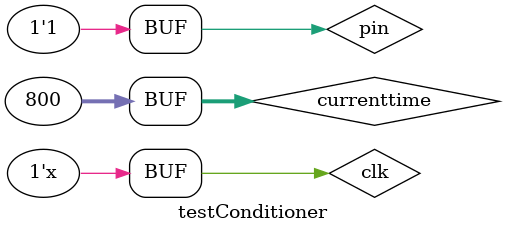
<source format=v>
`timescale 1 ns / 1 ps
`include "inputconditioner.v"

module testConditioner();

    reg clk;
    reg pin;
    wire conditioned;
    wire rising;
    wire falling;

    integer currenttime = 0;
    
    inputconditioner dut(.clk(clk),
    			 .noisysignal(pin),
			 .conditioned(conditioned),
			 .positiveedge(rising),
			 .negativeedge(falling));


    // Generate clock (50MHz)
    initial clk = 0;
    always #10 clk=!clk;  // 50MHz Clock
    initial begin
    // Your Test Code
    // Be sure to test each of the three conditioner functions:
    // Synchronization, Debouncing, Edge Detection
    $dumpfile("inputconditioner.vcd");
    $dumpvars(0, clk, pin, conditioned, rising, falling);

    //Testing Synchronization and edge detection
    pin = 0; #22
    pin = 1; #133
    pin = 0; #231
    pin = 1; #52
    pin = 0; #100

    //Testing debouncing when input bounces but remains zero
    pin = 0; #5
    pin = 1; #5
    pin = 0; #5
    pin = 1; #5
    pin = 0; #100 
    //Check that conditioned = 0 the whole time

    //Testing debouncing when input bounces and switches to one
    pin = 0; #5
    pin = 1; #5
    pin = 0; #5
    pin = 1; #2
    pin = 0; #3
    pin = 1; #1
    pin = 0; #5
    pin = 1; #100;
    //Check that conditioned = 0 and then switches to 1 after pin has settled
    currenttime = 800;
    end
endmodule

</source>
